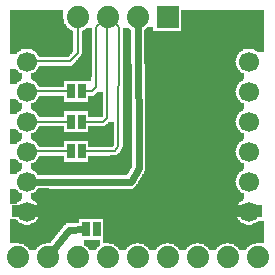
<source format=gbl>
G04 MADE WITH FRITZING*
G04 WWW.FRITZING.ORG*
G04 DOUBLE SIDED*
G04 HOLES PLATED*
G04 CONTOUR ON CENTER OF CONTOUR VECTOR*
%ASAXBY*%
%FSLAX23Y23*%
%MOIN*%
%OFA0B0*%
%SFA1.0B1.0*%
%ADD10C,0.075000*%
%ADD11C,0.074000*%
%ADD12C,0.066929*%
%ADD13R,0.074000X0.074000*%
%ADD14R,0.025000X0.050000*%
%ADD15C,0.008000*%
%ADD16C,0.024000*%
%LNCOPPER0*%
G90*
G70*
G54D10*
X106Y823D03*
X552Y679D03*
G54D11*
X564Y862D03*
X464Y862D03*
X364Y862D03*
X264Y862D03*
X64Y62D03*
X164Y62D03*
X264Y62D03*
X364Y62D03*
X464Y62D03*
X564Y62D03*
X664Y62D03*
X764Y62D03*
X864Y62D03*
G54D12*
X834Y714D03*
X834Y614D03*
X834Y514D03*
X834Y414D03*
X834Y314D03*
X834Y214D03*
X94Y714D03*
X94Y614D03*
X94Y514D03*
X94Y414D03*
X94Y314D03*
X94Y214D03*
G54D13*
X564Y862D03*
G54D14*
X242Y615D03*
X277Y615D03*
X242Y514D03*
X277Y514D03*
X242Y416D03*
X277Y416D03*
X327Y156D03*
X291Y156D03*
G54D15*
X125Y615D02*
X235Y615D01*
D02*
X313Y615D02*
X284Y615D01*
D02*
X326Y829D02*
X325Y630D01*
D02*
X325Y630D02*
X313Y615D01*
D02*
X344Y845D02*
X326Y829D01*
D02*
X125Y514D02*
X235Y514D01*
D02*
X350Y514D02*
X284Y514D01*
D02*
X363Y836D02*
X362Y528D01*
D02*
X362Y528D02*
X350Y514D01*
D02*
X125Y415D02*
X235Y416D01*
D02*
X389Y416D02*
X284Y416D01*
D02*
X399Y432D02*
X389Y416D01*
D02*
X401Y829D02*
X399Y432D01*
D02*
X383Y845D02*
X401Y829D01*
G54D16*
D02*
X464Y831D02*
X468Y360D01*
D02*
X468Y360D02*
X441Y313D01*
D02*
X441Y313D02*
X125Y314D01*
G54D15*
D02*
X264Y836D02*
X264Y743D01*
D02*
X264Y743D02*
X240Y716D01*
D02*
X240Y716D02*
X119Y715D01*
G54D16*
D02*
X183Y86D02*
X236Y154D01*
D02*
X236Y154D02*
X284Y156D01*
G36*
X40Y885D02*
X40Y757D01*
X106Y757D01*
X106Y755D01*
X112Y755D01*
X112Y753D01*
X116Y753D01*
X116Y751D01*
X118Y751D01*
X118Y749D01*
X122Y749D01*
X122Y747D01*
X124Y747D01*
X124Y745D01*
X126Y745D01*
X126Y743D01*
X128Y743D01*
X128Y741D01*
X130Y741D01*
X130Y737D01*
X132Y737D01*
X132Y733D01*
X134Y733D01*
X134Y729D01*
X234Y729D01*
X234Y731D01*
X236Y731D01*
X236Y733D01*
X238Y733D01*
X238Y735D01*
X240Y735D01*
X240Y739D01*
X242Y739D01*
X242Y741D01*
X244Y741D01*
X244Y743D01*
X246Y743D01*
X246Y745D01*
X248Y745D01*
X248Y747D01*
X250Y747D01*
X250Y817D01*
X246Y817D01*
X246Y819D01*
X242Y819D01*
X242Y821D01*
X238Y821D01*
X238Y823D01*
X236Y823D01*
X236Y825D01*
X234Y825D01*
X234Y827D01*
X230Y827D01*
X230Y829D01*
X228Y829D01*
X228Y833D01*
X226Y833D01*
X226Y835D01*
X224Y835D01*
X224Y839D01*
X222Y839D01*
X222Y841D01*
X220Y841D01*
X220Y847D01*
X218Y847D01*
X218Y855D01*
X216Y855D01*
X216Y885D01*
X40Y885D01*
G37*
D02*
G36*
X40Y757D02*
X40Y739D01*
X60Y739D01*
X60Y741D01*
X62Y741D01*
X62Y745D01*
X64Y745D01*
X64Y747D01*
X68Y747D01*
X68Y749D01*
X70Y749D01*
X70Y751D01*
X74Y751D01*
X74Y753D01*
X76Y753D01*
X76Y755D01*
X82Y755D01*
X82Y757D01*
X40Y757D01*
G37*
D02*
G36*
X292Y825D02*
X292Y823D01*
X288Y823D01*
X288Y821D01*
X286Y821D01*
X286Y819D01*
X282Y819D01*
X282Y817D01*
X278Y817D01*
X278Y739D01*
X276Y739D01*
X276Y735D01*
X274Y735D01*
X274Y733D01*
X272Y733D01*
X272Y731D01*
X270Y731D01*
X270Y727D01*
X268Y727D01*
X268Y725D01*
X266Y725D01*
X266Y723D01*
X264Y723D01*
X264Y721D01*
X262Y721D01*
X262Y719D01*
X260Y719D01*
X260Y717D01*
X258Y717D01*
X258Y713D01*
X256Y713D01*
X256Y711D01*
X254Y711D01*
X254Y709D01*
X252Y709D01*
X252Y707D01*
X250Y707D01*
X250Y705D01*
X248Y705D01*
X248Y703D01*
X244Y703D01*
X244Y701D01*
X136Y701D01*
X136Y699D01*
X134Y699D01*
X134Y695D01*
X132Y695D01*
X132Y691D01*
X130Y691D01*
X130Y689D01*
X128Y689D01*
X128Y687D01*
X126Y687D01*
X126Y683D01*
X124Y683D01*
X124Y681D01*
X120Y681D01*
X120Y679D01*
X118Y679D01*
X118Y677D01*
X114Y677D01*
X114Y675D01*
X110Y675D01*
X110Y655D01*
X112Y655D01*
X112Y653D01*
X116Y653D01*
X116Y651D01*
X118Y651D01*
X118Y649D01*
X122Y649D01*
X122Y647D01*
X124Y647D01*
X124Y645D01*
X126Y645D01*
X126Y643D01*
X128Y643D01*
X128Y641D01*
X130Y641D01*
X130Y637D01*
X132Y637D01*
X132Y633D01*
X134Y633D01*
X134Y629D01*
X220Y629D01*
X220Y649D01*
X310Y649D01*
X310Y663D01*
X312Y663D01*
X312Y825D01*
X292Y825D01*
G37*
D02*
G36*
X40Y689D02*
X40Y639D01*
X60Y639D01*
X60Y641D01*
X62Y641D01*
X62Y645D01*
X64Y645D01*
X64Y647D01*
X68Y647D01*
X68Y649D01*
X70Y649D01*
X70Y651D01*
X74Y651D01*
X74Y653D01*
X76Y653D01*
X76Y655D01*
X78Y655D01*
X78Y675D01*
X74Y675D01*
X74Y677D01*
X70Y677D01*
X70Y679D01*
X68Y679D01*
X68Y681D01*
X66Y681D01*
X66Y683D01*
X64Y683D01*
X64Y685D01*
X62Y685D01*
X62Y687D01*
X60Y687D01*
X60Y689D01*
X40Y689D01*
G37*
D02*
G36*
X328Y613D02*
X328Y611D01*
X326Y611D01*
X326Y607D01*
X324Y607D01*
X324Y605D01*
X322Y605D01*
X322Y603D01*
X318Y603D01*
X318Y601D01*
X300Y601D01*
X300Y579D01*
X348Y579D01*
X348Y613D01*
X328Y613D01*
G37*
D02*
G36*
X136Y601D02*
X136Y599D01*
X134Y599D01*
X134Y595D01*
X132Y595D01*
X132Y591D01*
X130Y591D01*
X130Y589D01*
X128Y589D01*
X128Y587D01*
X126Y587D01*
X126Y583D01*
X124Y583D01*
X124Y581D01*
X120Y581D01*
X120Y579D01*
X220Y579D01*
X220Y601D01*
X136Y601D01*
G37*
D02*
G36*
X118Y579D02*
X118Y577D01*
X348Y577D01*
X348Y579D01*
X118Y579D01*
G37*
D02*
G36*
X118Y579D02*
X118Y577D01*
X348Y577D01*
X348Y579D01*
X118Y579D01*
G37*
D02*
G36*
X114Y577D02*
X114Y575D01*
X110Y575D01*
X110Y555D01*
X112Y555D01*
X112Y553D01*
X116Y553D01*
X116Y551D01*
X118Y551D01*
X118Y549D01*
X300Y549D01*
X300Y529D01*
X346Y529D01*
X346Y531D01*
X348Y531D01*
X348Y577D01*
X114Y577D01*
G37*
D02*
G36*
X122Y549D02*
X122Y547D01*
X124Y547D01*
X124Y545D01*
X126Y545D01*
X126Y543D01*
X128Y543D01*
X128Y541D01*
X130Y541D01*
X130Y537D01*
X132Y537D01*
X132Y533D01*
X134Y533D01*
X134Y529D01*
X220Y529D01*
X220Y549D01*
X122Y549D01*
G37*
D02*
G36*
X40Y589D02*
X40Y539D01*
X60Y539D01*
X60Y541D01*
X62Y541D01*
X62Y545D01*
X64Y545D01*
X64Y547D01*
X68Y547D01*
X68Y549D01*
X70Y549D01*
X70Y551D01*
X74Y551D01*
X74Y553D01*
X76Y553D01*
X76Y555D01*
X78Y555D01*
X78Y575D01*
X74Y575D01*
X74Y577D01*
X70Y577D01*
X70Y579D01*
X68Y579D01*
X68Y581D01*
X66Y581D01*
X66Y583D01*
X64Y583D01*
X64Y585D01*
X62Y585D01*
X62Y587D01*
X60Y587D01*
X60Y589D01*
X40Y589D01*
G37*
D02*
G36*
X366Y513D02*
X366Y509D01*
X364Y509D01*
X364Y507D01*
X362Y507D01*
X362Y505D01*
X360Y505D01*
X360Y503D01*
X356Y503D01*
X356Y501D01*
X300Y501D01*
X300Y479D01*
X386Y479D01*
X386Y513D01*
X366Y513D01*
G37*
D02*
G36*
X136Y501D02*
X136Y499D01*
X134Y499D01*
X134Y495D01*
X132Y495D01*
X132Y491D01*
X130Y491D01*
X130Y489D01*
X128Y489D01*
X128Y487D01*
X126Y487D01*
X126Y483D01*
X124Y483D01*
X124Y481D01*
X120Y481D01*
X120Y479D01*
X220Y479D01*
X220Y501D01*
X136Y501D01*
G37*
D02*
G36*
X118Y479D02*
X118Y477D01*
X386Y477D01*
X386Y479D01*
X118Y479D01*
G37*
D02*
G36*
X118Y479D02*
X118Y477D01*
X386Y477D01*
X386Y479D01*
X118Y479D01*
G37*
D02*
G36*
X114Y477D02*
X114Y475D01*
X110Y475D01*
X110Y455D01*
X112Y455D01*
X112Y453D01*
X116Y453D01*
X116Y451D01*
X300Y451D01*
X300Y429D01*
X366Y429D01*
X366Y431D01*
X382Y431D01*
X382Y433D01*
X384Y433D01*
X384Y435D01*
X386Y435D01*
X386Y477D01*
X114Y477D01*
G37*
D02*
G36*
X118Y451D02*
X118Y449D01*
X122Y449D01*
X122Y447D01*
X124Y447D01*
X124Y445D01*
X126Y445D01*
X126Y443D01*
X128Y443D01*
X128Y441D01*
X130Y441D01*
X130Y437D01*
X132Y437D01*
X132Y433D01*
X134Y433D01*
X134Y429D01*
X220Y429D01*
X220Y451D01*
X118Y451D01*
G37*
D02*
G36*
X40Y489D02*
X40Y439D01*
X60Y439D01*
X60Y441D01*
X62Y441D01*
X62Y445D01*
X64Y445D01*
X64Y447D01*
X68Y447D01*
X68Y449D01*
X70Y449D01*
X70Y451D01*
X74Y451D01*
X74Y453D01*
X76Y453D01*
X76Y455D01*
X78Y455D01*
X78Y475D01*
X74Y475D01*
X74Y477D01*
X70Y477D01*
X70Y479D01*
X68Y479D01*
X68Y481D01*
X66Y481D01*
X66Y483D01*
X64Y483D01*
X64Y485D01*
X62Y485D01*
X62Y487D01*
X60Y487D01*
X60Y489D01*
X40Y489D01*
G37*
D02*
G36*
X416Y825D02*
X416Y789D01*
X414Y789D01*
X414Y429D01*
X412Y429D01*
X412Y423D01*
X410Y423D01*
X410Y421D01*
X408Y421D01*
X408Y417D01*
X406Y417D01*
X406Y415D01*
X404Y415D01*
X404Y411D01*
X402Y411D01*
X402Y409D01*
X400Y409D01*
X400Y405D01*
X396Y405D01*
X396Y403D01*
X372Y403D01*
X372Y401D01*
X300Y401D01*
X300Y381D01*
X446Y381D01*
X446Y493D01*
X444Y493D01*
X444Y705D01*
X442Y705D01*
X442Y821D01*
X438Y821D01*
X438Y823D01*
X436Y823D01*
X436Y825D01*
X416Y825D01*
G37*
D02*
G36*
X136Y401D02*
X136Y399D01*
X134Y399D01*
X134Y395D01*
X132Y395D01*
X132Y391D01*
X130Y391D01*
X130Y389D01*
X128Y389D01*
X128Y387D01*
X126Y387D01*
X126Y383D01*
X124Y383D01*
X124Y381D01*
X220Y381D01*
X220Y401D01*
X136Y401D01*
G37*
D02*
G36*
X120Y381D02*
X120Y379D01*
X446Y379D01*
X446Y381D01*
X120Y381D01*
G37*
D02*
G36*
X120Y381D02*
X120Y379D01*
X446Y379D01*
X446Y381D01*
X120Y381D01*
G37*
D02*
G36*
X118Y379D02*
X118Y377D01*
X114Y377D01*
X114Y375D01*
X110Y375D01*
X110Y355D01*
X112Y355D01*
X112Y353D01*
X116Y353D01*
X116Y351D01*
X118Y351D01*
X118Y349D01*
X122Y349D01*
X122Y347D01*
X124Y347D01*
X124Y345D01*
X126Y345D01*
X126Y343D01*
X128Y343D01*
X128Y341D01*
X130Y341D01*
X130Y337D01*
X172Y337D01*
X172Y335D01*
X428Y335D01*
X428Y337D01*
X430Y337D01*
X430Y341D01*
X432Y341D01*
X432Y343D01*
X434Y343D01*
X434Y347D01*
X436Y347D01*
X436Y351D01*
X438Y351D01*
X438Y353D01*
X440Y353D01*
X440Y357D01*
X442Y357D01*
X442Y361D01*
X444Y361D01*
X444Y365D01*
X446Y365D01*
X446Y379D01*
X118Y379D01*
G37*
D02*
G36*
X40Y389D02*
X40Y339D01*
X60Y339D01*
X60Y341D01*
X62Y341D01*
X62Y345D01*
X64Y345D01*
X64Y347D01*
X68Y347D01*
X68Y349D01*
X70Y349D01*
X70Y351D01*
X74Y351D01*
X74Y353D01*
X76Y353D01*
X76Y355D01*
X78Y355D01*
X78Y375D01*
X74Y375D01*
X74Y377D01*
X70Y377D01*
X70Y379D01*
X68Y379D01*
X68Y381D01*
X66Y381D01*
X66Y383D01*
X64Y383D01*
X64Y385D01*
X62Y385D01*
X62Y387D01*
X60Y387D01*
X60Y389D01*
X40Y389D01*
G37*
D02*
G36*
X40Y289D02*
X40Y239D01*
X60Y239D01*
X60Y241D01*
X62Y241D01*
X62Y245D01*
X64Y245D01*
X64Y247D01*
X68Y247D01*
X68Y249D01*
X70Y249D01*
X70Y251D01*
X74Y251D01*
X74Y253D01*
X76Y253D01*
X76Y255D01*
X78Y255D01*
X78Y275D01*
X74Y275D01*
X74Y277D01*
X70Y277D01*
X70Y279D01*
X68Y279D01*
X68Y281D01*
X66Y281D01*
X66Y283D01*
X64Y283D01*
X64Y285D01*
X62Y285D01*
X62Y287D01*
X60Y287D01*
X60Y289D01*
X40Y289D01*
G37*
D02*
G36*
X610Y885D02*
X610Y815D01*
X884Y815D01*
X884Y885D01*
X610Y885D01*
G37*
D02*
G36*
X496Y829D02*
X496Y827D01*
X494Y827D01*
X494Y825D01*
X492Y825D01*
X492Y823D01*
X488Y823D01*
X488Y821D01*
X486Y821D01*
X486Y815D01*
X516Y815D01*
X516Y829D01*
X496Y829D01*
G37*
D02*
G36*
X486Y815D02*
X486Y813D01*
X884Y813D01*
X884Y815D01*
X486Y815D01*
G37*
D02*
G36*
X486Y815D02*
X486Y813D01*
X884Y813D01*
X884Y815D01*
X486Y815D01*
G37*
D02*
G36*
X486Y813D02*
X486Y757D01*
X846Y757D01*
X846Y755D01*
X852Y755D01*
X852Y753D01*
X856Y753D01*
X856Y751D01*
X858Y751D01*
X858Y749D01*
X862Y749D01*
X862Y747D01*
X864Y747D01*
X864Y745D01*
X884Y745D01*
X884Y813D01*
X486Y813D01*
G37*
D02*
G36*
X486Y757D02*
X486Y705D01*
X488Y705D01*
X488Y495D01*
X490Y495D01*
X490Y353D01*
X488Y353D01*
X488Y349D01*
X486Y349D01*
X486Y345D01*
X484Y345D01*
X484Y341D01*
X482Y341D01*
X482Y339D01*
X480Y339D01*
X480Y335D01*
X478Y335D01*
X478Y331D01*
X476Y331D01*
X476Y329D01*
X474Y329D01*
X474Y325D01*
X472Y325D01*
X472Y321D01*
X470Y321D01*
X470Y317D01*
X468Y317D01*
X468Y315D01*
X466Y315D01*
X466Y311D01*
X464Y311D01*
X464Y307D01*
X462Y307D01*
X462Y305D01*
X460Y305D01*
X460Y301D01*
X458Y301D01*
X458Y299D01*
X456Y299D01*
X456Y297D01*
X454Y297D01*
X454Y295D01*
X452Y295D01*
X452Y293D01*
X448Y293D01*
X448Y291D01*
X798Y291D01*
X798Y293D01*
X796Y293D01*
X796Y297D01*
X794Y297D01*
X794Y301D01*
X792Y301D01*
X792Y313D01*
X790Y313D01*
X790Y315D01*
X792Y315D01*
X792Y327D01*
X794Y327D01*
X794Y333D01*
X796Y333D01*
X796Y335D01*
X798Y335D01*
X798Y339D01*
X800Y339D01*
X800Y341D01*
X802Y341D01*
X802Y345D01*
X804Y345D01*
X804Y347D01*
X808Y347D01*
X808Y349D01*
X810Y349D01*
X810Y351D01*
X814Y351D01*
X814Y353D01*
X816Y353D01*
X816Y355D01*
X818Y355D01*
X818Y375D01*
X814Y375D01*
X814Y377D01*
X810Y377D01*
X810Y379D01*
X808Y379D01*
X808Y381D01*
X806Y381D01*
X806Y383D01*
X804Y383D01*
X804Y385D01*
X802Y385D01*
X802Y387D01*
X800Y387D01*
X800Y389D01*
X798Y389D01*
X798Y393D01*
X796Y393D01*
X796Y397D01*
X794Y397D01*
X794Y401D01*
X792Y401D01*
X792Y413D01*
X790Y413D01*
X790Y415D01*
X792Y415D01*
X792Y427D01*
X794Y427D01*
X794Y433D01*
X796Y433D01*
X796Y435D01*
X798Y435D01*
X798Y439D01*
X800Y439D01*
X800Y441D01*
X802Y441D01*
X802Y445D01*
X804Y445D01*
X804Y447D01*
X808Y447D01*
X808Y449D01*
X810Y449D01*
X810Y451D01*
X814Y451D01*
X814Y453D01*
X816Y453D01*
X816Y455D01*
X818Y455D01*
X818Y475D01*
X814Y475D01*
X814Y477D01*
X810Y477D01*
X810Y479D01*
X808Y479D01*
X808Y481D01*
X806Y481D01*
X806Y483D01*
X804Y483D01*
X804Y485D01*
X802Y485D01*
X802Y487D01*
X800Y487D01*
X800Y489D01*
X798Y489D01*
X798Y493D01*
X796Y493D01*
X796Y497D01*
X794Y497D01*
X794Y501D01*
X792Y501D01*
X792Y513D01*
X790Y513D01*
X790Y515D01*
X792Y515D01*
X792Y527D01*
X794Y527D01*
X794Y533D01*
X796Y533D01*
X796Y535D01*
X798Y535D01*
X798Y539D01*
X800Y539D01*
X800Y541D01*
X802Y541D01*
X802Y545D01*
X804Y545D01*
X804Y547D01*
X808Y547D01*
X808Y549D01*
X810Y549D01*
X810Y551D01*
X814Y551D01*
X814Y553D01*
X816Y553D01*
X816Y555D01*
X818Y555D01*
X818Y575D01*
X814Y575D01*
X814Y577D01*
X810Y577D01*
X810Y579D01*
X808Y579D01*
X808Y581D01*
X806Y581D01*
X806Y583D01*
X804Y583D01*
X804Y585D01*
X802Y585D01*
X802Y587D01*
X800Y587D01*
X800Y589D01*
X798Y589D01*
X798Y593D01*
X796Y593D01*
X796Y597D01*
X794Y597D01*
X794Y601D01*
X792Y601D01*
X792Y613D01*
X790Y613D01*
X790Y615D01*
X792Y615D01*
X792Y627D01*
X794Y627D01*
X794Y633D01*
X796Y633D01*
X796Y635D01*
X798Y635D01*
X798Y639D01*
X800Y639D01*
X800Y641D01*
X802Y641D01*
X802Y645D01*
X804Y645D01*
X804Y647D01*
X808Y647D01*
X808Y649D01*
X810Y649D01*
X810Y651D01*
X814Y651D01*
X814Y653D01*
X816Y653D01*
X816Y655D01*
X818Y655D01*
X818Y675D01*
X814Y675D01*
X814Y677D01*
X810Y677D01*
X810Y679D01*
X808Y679D01*
X808Y681D01*
X806Y681D01*
X806Y683D01*
X804Y683D01*
X804Y685D01*
X802Y685D01*
X802Y687D01*
X800Y687D01*
X800Y689D01*
X798Y689D01*
X798Y693D01*
X796Y693D01*
X796Y697D01*
X794Y697D01*
X794Y701D01*
X792Y701D01*
X792Y713D01*
X790Y713D01*
X790Y715D01*
X792Y715D01*
X792Y727D01*
X794Y727D01*
X794Y733D01*
X796Y733D01*
X796Y735D01*
X798Y735D01*
X798Y739D01*
X800Y739D01*
X800Y741D01*
X802Y741D01*
X802Y745D01*
X804Y745D01*
X804Y747D01*
X808Y747D01*
X808Y749D01*
X810Y749D01*
X810Y751D01*
X814Y751D01*
X814Y753D01*
X816Y753D01*
X816Y755D01*
X824Y755D01*
X824Y757D01*
X486Y757D01*
G37*
D02*
G36*
X132Y293D02*
X132Y291D01*
X168Y291D01*
X168Y293D01*
X132Y293D01*
G37*
D02*
G36*
X130Y291D02*
X130Y289D01*
X798Y289D01*
X798Y291D01*
X130Y291D01*
G37*
D02*
G36*
X130Y291D02*
X130Y289D01*
X798Y289D01*
X798Y291D01*
X130Y291D01*
G37*
D02*
G36*
X128Y289D02*
X128Y287D01*
X126Y287D01*
X126Y283D01*
X124Y283D01*
X124Y281D01*
X120Y281D01*
X120Y279D01*
X118Y279D01*
X118Y277D01*
X114Y277D01*
X114Y275D01*
X110Y275D01*
X110Y255D01*
X112Y255D01*
X112Y253D01*
X116Y253D01*
X116Y251D01*
X118Y251D01*
X118Y249D01*
X122Y249D01*
X122Y247D01*
X124Y247D01*
X124Y245D01*
X126Y245D01*
X126Y243D01*
X128Y243D01*
X128Y241D01*
X130Y241D01*
X130Y237D01*
X132Y237D01*
X132Y233D01*
X134Y233D01*
X134Y229D01*
X136Y229D01*
X136Y221D01*
X138Y221D01*
X138Y207D01*
X136Y207D01*
X136Y199D01*
X134Y199D01*
X134Y195D01*
X132Y195D01*
X132Y191D01*
X350Y191D01*
X350Y171D01*
X824Y171D01*
X824Y173D01*
X818Y173D01*
X818Y175D01*
X814Y175D01*
X814Y177D01*
X810Y177D01*
X810Y179D01*
X808Y179D01*
X808Y181D01*
X806Y181D01*
X806Y183D01*
X804Y183D01*
X804Y185D01*
X802Y185D01*
X802Y187D01*
X800Y187D01*
X800Y189D01*
X798Y189D01*
X798Y193D01*
X796Y193D01*
X796Y197D01*
X794Y197D01*
X794Y201D01*
X792Y201D01*
X792Y213D01*
X790Y213D01*
X790Y215D01*
X792Y215D01*
X792Y227D01*
X794Y227D01*
X794Y233D01*
X796Y233D01*
X796Y235D01*
X798Y235D01*
X798Y239D01*
X800Y239D01*
X800Y241D01*
X802Y241D01*
X802Y245D01*
X804Y245D01*
X804Y247D01*
X808Y247D01*
X808Y249D01*
X810Y249D01*
X810Y251D01*
X814Y251D01*
X814Y253D01*
X816Y253D01*
X816Y255D01*
X818Y255D01*
X818Y275D01*
X814Y275D01*
X814Y277D01*
X810Y277D01*
X810Y279D01*
X808Y279D01*
X808Y281D01*
X806Y281D01*
X806Y283D01*
X804Y283D01*
X804Y285D01*
X802Y285D01*
X802Y287D01*
X800Y287D01*
X800Y289D01*
X128Y289D01*
G37*
D02*
G36*
X130Y191D02*
X130Y189D01*
X128Y189D01*
X128Y187D01*
X126Y187D01*
X126Y183D01*
X124Y183D01*
X124Y181D01*
X120Y181D01*
X120Y179D01*
X118Y179D01*
X118Y177D01*
X114Y177D01*
X114Y175D01*
X110Y175D01*
X110Y173D01*
X104Y173D01*
X104Y171D01*
X224Y171D01*
X224Y173D01*
X226Y173D01*
X226Y175D01*
X234Y175D01*
X234Y177D01*
X268Y177D01*
X268Y191D01*
X130Y191D01*
G37*
D02*
G36*
X40Y189D02*
X40Y171D01*
X84Y171D01*
X84Y173D01*
X78Y173D01*
X78Y175D01*
X74Y175D01*
X74Y177D01*
X70Y177D01*
X70Y179D01*
X68Y179D01*
X68Y181D01*
X66Y181D01*
X66Y183D01*
X64Y183D01*
X64Y185D01*
X62Y185D01*
X62Y187D01*
X60Y187D01*
X60Y189D01*
X40Y189D01*
G37*
D02*
G36*
X864Y183D02*
X864Y181D01*
X860Y181D01*
X860Y179D01*
X858Y179D01*
X858Y177D01*
X854Y177D01*
X854Y175D01*
X850Y175D01*
X850Y173D01*
X844Y173D01*
X844Y171D01*
X884Y171D01*
X884Y183D01*
X864Y183D01*
G37*
D02*
G36*
X40Y171D02*
X40Y169D01*
X220Y169D01*
X220Y171D01*
X40Y171D01*
G37*
D02*
G36*
X40Y171D02*
X40Y169D01*
X220Y169D01*
X220Y171D01*
X40Y171D01*
G37*
D02*
G36*
X350Y171D02*
X350Y169D01*
X884Y169D01*
X884Y171D01*
X350Y171D01*
G37*
D02*
G36*
X350Y171D02*
X350Y169D01*
X884Y169D01*
X884Y171D01*
X350Y171D01*
G37*
D02*
G36*
X40Y169D02*
X40Y109D01*
X70Y109D01*
X70Y107D01*
X78Y107D01*
X78Y105D01*
X84Y105D01*
X84Y103D01*
X86Y103D01*
X86Y101D01*
X90Y101D01*
X90Y99D01*
X92Y99D01*
X92Y97D01*
X96Y97D01*
X96Y95D01*
X98Y95D01*
X98Y91D01*
X100Y91D01*
X100Y89D01*
X102Y89D01*
X102Y87D01*
X104Y87D01*
X104Y85D01*
X124Y85D01*
X124Y89D01*
X126Y89D01*
X126Y91D01*
X128Y91D01*
X128Y93D01*
X130Y93D01*
X130Y95D01*
X132Y95D01*
X132Y97D01*
X134Y97D01*
X134Y99D01*
X136Y99D01*
X136Y101D01*
X140Y101D01*
X140Y103D01*
X144Y103D01*
X144Y105D01*
X150Y105D01*
X150Y107D01*
X158Y107D01*
X158Y109D01*
X174Y109D01*
X174Y111D01*
X176Y111D01*
X176Y115D01*
X178Y115D01*
X178Y117D01*
X180Y117D01*
X180Y119D01*
X182Y119D01*
X182Y123D01*
X184Y123D01*
X184Y125D01*
X186Y125D01*
X186Y127D01*
X188Y127D01*
X188Y129D01*
X190Y129D01*
X190Y133D01*
X192Y133D01*
X192Y135D01*
X194Y135D01*
X194Y137D01*
X196Y137D01*
X196Y139D01*
X198Y139D01*
X198Y143D01*
X200Y143D01*
X200Y145D01*
X202Y145D01*
X202Y147D01*
X204Y147D01*
X204Y151D01*
X206Y151D01*
X206Y153D01*
X208Y153D01*
X208Y155D01*
X210Y155D01*
X210Y157D01*
X212Y157D01*
X212Y161D01*
X214Y161D01*
X214Y163D01*
X216Y163D01*
X216Y165D01*
X218Y165D01*
X218Y167D01*
X220Y167D01*
X220Y169D01*
X40Y169D01*
G37*
D02*
G36*
X350Y169D02*
X350Y109D01*
X770Y109D01*
X770Y107D01*
X778Y107D01*
X778Y105D01*
X784Y105D01*
X784Y103D01*
X786Y103D01*
X786Y101D01*
X790Y101D01*
X790Y99D01*
X792Y99D01*
X792Y97D01*
X796Y97D01*
X796Y95D01*
X798Y95D01*
X798Y91D01*
X800Y91D01*
X800Y89D01*
X802Y89D01*
X802Y87D01*
X804Y87D01*
X804Y85D01*
X824Y85D01*
X824Y89D01*
X826Y89D01*
X826Y91D01*
X828Y91D01*
X828Y93D01*
X830Y93D01*
X830Y95D01*
X832Y95D01*
X832Y97D01*
X834Y97D01*
X834Y99D01*
X836Y99D01*
X836Y101D01*
X840Y101D01*
X840Y103D01*
X844Y103D01*
X844Y105D01*
X850Y105D01*
X850Y107D01*
X858Y107D01*
X858Y109D01*
X884Y109D01*
X884Y169D01*
X350Y169D01*
G37*
D02*
G36*
X370Y109D02*
X370Y107D01*
X378Y107D01*
X378Y105D01*
X384Y105D01*
X384Y103D01*
X386Y103D01*
X386Y101D01*
X390Y101D01*
X390Y99D01*
X392Y99D01*
X392Y97D01*
X396Y97D01*
X396Y95D01*
X398Y95D01*
X398Y91D01*
X400Y91D01*
X400Y89D01*
X402Y89D01*
X402Y87D01*
X404Y87D01*
X404Y85D01*
X424Y85D01*
X424Y89D01*
X426Y89D01*
X426Y91D01*
X428Y91D01*
X428Y93D01*
X430Y93D01*
X430Y95D01*
X432Y95D01*
X432Y97D01*
X434Y97D01*
X434Y99D01*
X436Y99D01*
X436Y101D01*
X440Y101D01*
X440Y103D01*
X444Y103D01*
X444Y105D01*
X450Y105D01*
X450Y107D01*
X458Y107D01*
X458Y109D01*
X370Y109D01*
G37*
D02*
G36*
X470Y109D02*
X470Y107D01*
X478Y107D01*
X478Y105D01*
X484Y105D01*
X484Y103D01*
X486Y103D01*
X486Y101D01*
X490Y101D01*
X490Y99D01*
X492Y99D01*
X492Y97D01*
X496Y97D01*
X496Y95D01*
X498Y95D01*
X498Y91D01*
X500Y91D01*
X500Y89D01*
X502Y89D01*
X502Y87D01*
X504Y87D01*
X504Y85D01*
X524Y85D01*
X524Y89D01*
X526Y89D01*
X526Y91D01*
X528Y91D01*
X528Y93D01*
X530Y93D01*
X530Y95D01*
X532Y95D01*
X532Y97D01*
X534Y97D01*
X534Y99D01*
X536Y99D01*
X536Y101D01*
X540Y101D01*
X540Y103D01*
X544Y103D01*
X544Y105D01*
X550Y105D01*
X550Y107D01*
X558Y107D01*
X558Y109D01*
X470Y109D01*
G37*
D02*
G36*
X570Y109D02*
X570Y107D01*
X578Y107D01*
X578Y105D01*
X584Y105D01*
X584Y103D01*
X586Y103D01*
X586Y101D01*
X590Y101D01*
X590Y99D01*
X592Y99D01*
X592Y97D01*
X596Y97D01*
X596Y95D01*
X598Y95D01*
X598Y91D01*
X600Y91D01*
X600Y89D01*
X602Y89D01*
X602Y87D01*
X604Y87D01*
X604Y85D01*
X624Y85D01*
X624Y89D01*
X626Y89D01*
X626Y91D01*
X628Y91D01*
X628Y93D01*
X630Y93D01*
X630Y95D01*
X632Y95D01*
X632Y97D01*
X634Y97D01*
X634Y99D01*
X636Y99D01*
X636Y101D01*
X640Y101D01*
X640Y103D01*
X644Y103D01*
X644Y105D01*
X650Y105D01*
X650Y107D01*
X658Y107D01*
X658Y109D01*
X570Y109D01*
G37*
D02*
G36*
X670Y109D02*
X670Y107D01*
X678Y107D01*
X678Y105D01*
X684Y105D01*
X684Y103D01*
X686Y103D01*
X686Y101D01*
X690Y101D01*
X690Y99D01*
X692Y99D01*
X692Y97D01*
X696Y97D01*
X696Y95D01*
X698Y95D01*
X698Y91D01*
X700Y91D01*
X700Y89D01*
X702Y89D01*
X702Y87D01*
X704Y87D01*
X704Y85D01*
X724Y85D01*
X724Y89D01*
X726Y89D01*
X726Y91D01*
X728Y91D01*
X728Y93D01*
X730Y93D01*
X730Y95D01*
X732Y95D01*
X732Y97D01*
X734Y97D01*
X734Y99D01*
X736Y99D01*
X736Y101D01*
X740Y101D01*
X740Y103D01*
X744Y103D01*
X744Y105D01*
X750Y105D01*
X750Y107D01*
X758Y107D01*
X758Y109D01*
X670Y109D01*
G37*
D02*
G36*
X286Y121D02*
X286Y101D01*
X290Y101D01*
X290Y99D01*
X292Y99D01*
X292Y97D01*
X296Y97D01*
X296Y95D01*
X298Y95D01*
X298Y91D01*
X300Y91D01*
X300Y89D01*
X302Y89D01*
X302Y87D01*
X304Y87D01*
X304Y85D01*
X324Y85D01*
X324Y89D01*
X326Y89D01*
X326Y91D01*
X328Y91D01*
X328Y93D01*
X330Y93D01*
X330Y95D01*
X332Y95D01*
X332Y97D01*
X334Y97D01*
X334Y99D01*
X336Y99D01*
X336Y101D01*
X340Y101D01*
X340Y121D01*
X286Y121D01*
G37*
D02*
G36*
X46Y237D02*
X74Y237D01*
X74Y198D01*
X46Y198D01*
X46Y237D01*
G37*
D02*
G36*
X112Y237D02*
X138Y237D01*
X138Y198D01*
X112Y198D01*
X112Y237D01*
G37*
D02*
G36*
X788Y237D02*
X812Y237D01*
X812Y198D01*
X788Y198D01*
X788Y237D01*
G37*
D02*
G36*
X850Y237D02*
X878Y237D01*
X878Y198D01*
X850Y198D01*
X850Y237D01*
G37*
D02*
G04 End of Copper0*
M02*
</source>
